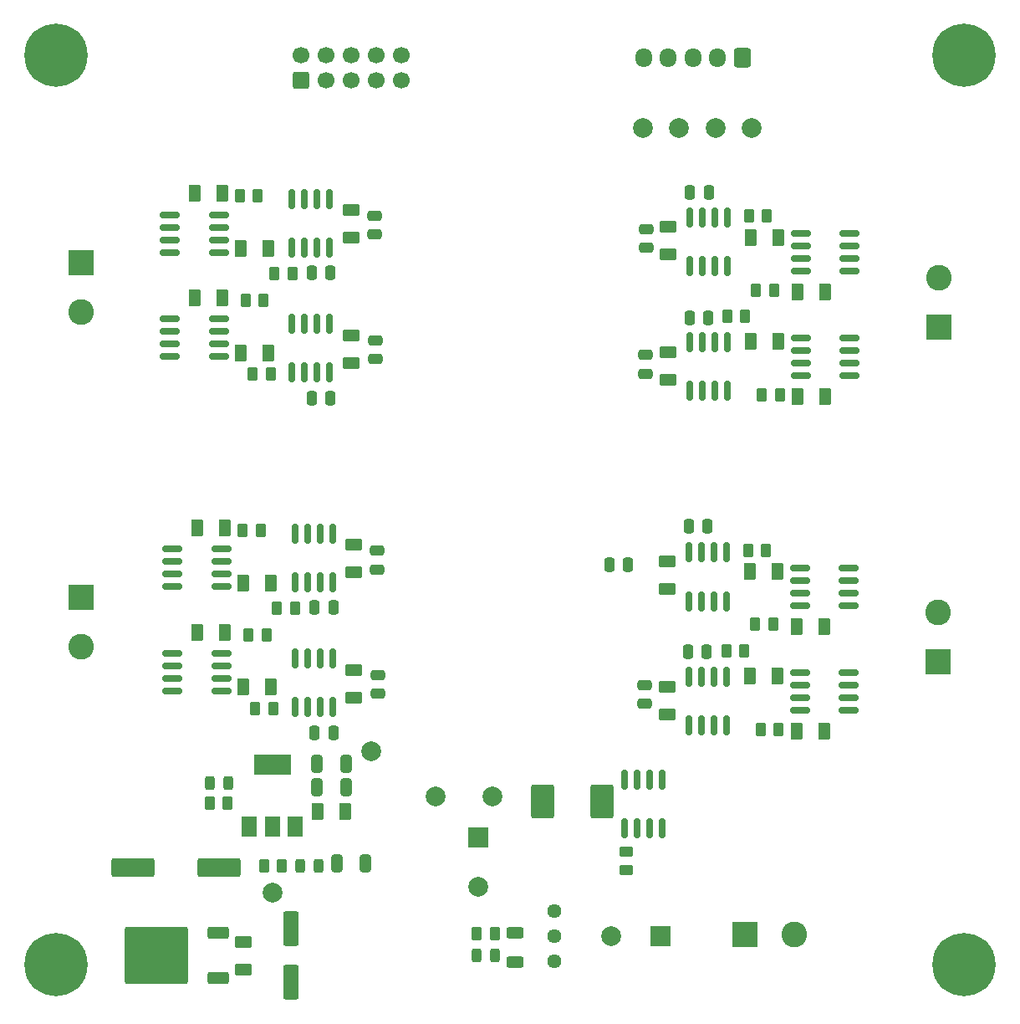
<source format=gbr>
%TF.GenerationSoftware,KiCad,Pcbnew,7.0.1*%
%TF.CreationDate,2023-04-06T21:05:58+02:00*%
%TF.ProjectId,Scout_Robot_Motor_Driver,53636f75-745f-4526-9f62-6f745f4d6f74,rev?*%
%TF.SameCoordinates,Original*%
%TF.FileFunction,Soldermask,Top*%
%TF.FilePolarity,Negative*%
%FSLAX46Y46*%
G04 Gerber Fmt 4.6, Leading zero omitted, Abs format (unit mm)*
G04 Created by KiCad (PCBNEW 7.0.1) date 2023-04-06 21:05:58*
%MOMM*%
%LPD*%
G01*
G04 APERTURE LIST*
G04 Aperture macros list*
%AMRoundRect*
0 Rectangle with rounded corners*
0 $1 Rounding radius*
0 $2 $3 $4 $5 $6 $7 $8 $9 X,Y pos of 4 corners*
0 Add a 4 corners polygon primitive as box body*
4,1,4,$2,$3,$4,$5,$6,$7,$8,$9,$2,$3,0*
0 Add four circle primitives for the rounded corners*
1,1,$1+$1,$2,$3*
1,1,$1+$1,$4,$5*
1,1,$1+$1,$6,$7*
1,1,$1+$1,$8,$9*
0 Add four rect primitives between the rounded corners*
20,1,$1+$1,$2,$3,$4,$5,0*
20,1,$1+$1,$4,$5,$6,$7,0*
20,1,$1+$1,$6,$7,$8,$9,0*
20,1,$1+$1,$8,$9,$2,$3,0*%
G04 Aperture macros list end*
%ADD10RoundRect,0.250000X0.262500X0.450000X-0.262500X0.450000X-0.262500X-0.450000X0.262500X-0.450000X0*%
%ADD11RoundRect,0.250000X0.625000X-0.312500X0.625000X0.312500X-0.625000X0.312500X-0.625000X-0.312500X0*%
%ADD12RoundRect,0.250000X0.375000X0.625000X-0.375000X0.625000X-0.375000X-0.625000X0.375000X-0.625000X0*%
%ADD13RoundRect,0.150000X0.150000X-0.825000X0.150000X0.825000X-0.150000X0.825000X-0.150000X-0.825000X0*%
%ADD14RoundRect,0.243750X-0.243750X-0.456250X0.243750X-0.456250X0.243750X0.456250X-0.243750X0.456250X0*%
%ADD15RoundRect,0.250000X0.625000X-0.375000X0.625000X0.375000X-0.625000X0.375000X-0.625000X-0.375000X0*%
%ADD16RoundRect,0.250000X-0.262500X-0.450000X0.262500X-0.450000X0.262500X0.450000X-0.262500X0.450000X0*%
%ADD17RoundRect,0.150000X-0.825000X-0.150000X0.825000X-0.150000X0.825000X0.150000X-0.825000X0.150000X0*%
%ADD18RoundRect,0.250000X1.950000X0.700000X-1.950000X0.700000X-1.950000X-0.700000X1.950000X-0.700000X0*%
%ADD19RoundRect,0.250000X-0.250000X-0.475000X0.250000X-0.475000X0.250000X0.475000X-0.250000X0.475000X0*%
%ADD20RoundRect,0.250000X-0.625000X0.375000X-0.625000X-0.375000X0.625000X-0.375000X0.625000X0.375000X0*%
%ADD21R,2.000000X2.000000*%
%ADD22C,2.000000*%
%ADD23RoundRect,0.250000X0.250000X0.475000X-0.250000X0.475000X-0.250000X-0.475000X0.250000X-0.475000X0*%
%ADD24RoundRect,0.250000X-0.375000X-0.625000X0.375000X-0.625000X0.375000X0.625000X-0.375000X0.625000X0*%
%ADD25RoundRect,0.150000X0.825000X0.150000X-0.825000X0.150000X-0.825000X-0.150000X0.825000X-0.150000X0*%
%ADD26R,1.500000X2.000000*%
%ADD27R,3.800000X2.000000*%
%ADD28RoundRect,0.250000X0.850000X0.350000X-0.850000X0.350000X-0.850000X-0.350000X0.850000X-0.350000X0*%
%ADD29RoundRect,0.249997X2.950003X2.650003X-2.950003X2.650003X-2.950003X-2.650003X2.950003X-2.650003X0*%
%ADD30RoundRect,0.250000X0.475000X-0.250000X0.475000X0.250000X-0.475000X0.250000X-0.475000X-0.250000X0*%
%ADD31RoundRect,0.250000X-0.475000X0.250000X-0.475000X-0.250000X0.475000X-0.250000X0.475000X0.250000X0*%
%ADD32RoundRect,0.250000X0.450000X-0.262500X0.450000X0.262500X-0.450000X0.262500X-0.450000X-0.262500X0*%
%ADD33RoundRect,0.243750X0.243750X0.456250X-0.243750X0.456250X-0.243750X-0.456250X0.243750X-0.456250X0*%
%ADD34RoundRect,0.150000X-0.150000X0.825000X-0.150000X-0.825000X0.150000X-0.825000X0.150000X0.825000X0*%
%ADD35RoundRect,0.235000X0.940000X1.465000X-0.940000X1.465000X-0.940000X-1.465000X0.940000X-1.465000X0*%
%ADD36C,0.800000*%
%ADD37C,6.400000*%
%ADD38RoundRect,0.250000X-0.325000X-0.650000X0.325000X-0.650000X0.325000X0.650000X-0.325000X0.650000X0*%
%ADD39R,2.600000X2.600000*%
%ADD40C,2.600000*%
%ADD41RoundRect,0.250000X0.550000X-1.500000X0.550000X1.500000X-0.550000X1.500000X-0.550000X-1.500000X0*%
%ADD42RoundRect,0.250000X0.600000X0.725000X-0.600000X0.725000X-0.600000X-0.725000X0.600000X-0.725000X0*%
%ADD43O,1.700000X1.950000*%
%ADD44RoundRect,0.250000X0.600000X-0.600000X0.600000X0.600000X-0.600000X0.600000X-0.600000X-0.600000X0*%
%ADD45C,1.700000*%
%ADD46C,1.440000*%
G04 APERTURE END LIST*
D10*
%TO.C,R10*%
X187041697Y-71765000D03*
X185216697Y-71765000D03*
%TD*%
%TO.C,R44*%
X210450000Y-135900000D03*
X208625000Y-135900000D03*
%TD*%
D11*
%TO.C,R43*%
X212500000Y-138712500D03*
X212500000Y-135787500D03*
%TD*%
D12*
%TO.C,D6*%
X183095000Y-105425000D03*
X180295000Y-105425000D03*
%TD*%
D10*
%TO.C,R9*%
X187741697Y-79265000D03*
X185916697Y-79265000D03*
%TD*%
D13*
%TO.C,U10*%
X230195000Y-80950000D03*
X231465000Y-80950000D03*
X232735000Y-80950000D03*
X234005000Y-80950000D03*
X234005000Y-76000000D03*
X232735000Y-76000000D03*
X231465000Y-76000000D03*
X230195000Y-76000000D03*
%TD*%
D12*
%TO.C,D9*%
X187529197Y-77095000D03*
X184729197Y-77095000D03*
%TD*%
D13*
%TO.C,U9*%
X230195000Y-68350000D03*
X231465000Y-68350000D03*
X232735000Y-68350000D03*
X234005000Y-68350000D03*
X234005000Y-63400000D03*
X232735000Y-63400000D03*
X231465000Y-63400000D03*
X230195000Y-63400000D03*
%TD*%
D14*
%TO.C,D29*%
X181562500Y-120600000D03*
X183437500Y-120600000D03*
%TD*%
D15*
%TO.C,D2*%
X196195000Y-99325000D03*
X196195000Y-96525000D03*
%TD*%
D16*
%TO.C,R46*%
X187075000Y-129000000D03*
X188900000Y-129000000D03*
%TD*%
D17*
%TO.C,Q10*%
X241330000Y-109430000D03*
X241330000Y-110700000D03*
X241330000Y-111970000D03*
X241330000Y-113240000D03*
X246280000Y-113240000D03*
X246280000Y-111970000D03*
X246280000Y-110700000D03*
X246280000Y-109430000D03*
%TD*%
D18*
%TO.C,C35*%
X182500000Y-129200000D03*
X173800000Y-129200000D03*
%TD*%
D19*
%TO.C,C15*%
X230105000Y-94685000D03*
X232005000Y-94685000D03*
%TD*%
D20*
%TO.C,D15*%
X228000000Y-64325000D03*
X228000000Y-67125000D03*
%TD*%
D21*
%TO.C,C29*%
X208750000Y-126132323D03*
D22*
X208750000Y-131132323D03*
%TD*%
D23*
%TO.C,C6*%
X194095000Y-102825000D03*
X192195000Y-102825000D03*
%TD*%
D16*
%TO.C,R24*%
X237475000Y-81325000D03*
X239300000Y-81325000D03*
%TD*%
D24*
%TO.C,D18*%
X241005000Y-104785000D03*
X243805000Y-104785000D03*
%TD*%
D22*
%TO.C,TP8*%
X187900000Y-131700000D03*
%TD*%
D25*
%TO.C,Q5*%
X182504197Y-77470000D03*
X182504197Y-76200000D03*
X182504197Y-74930000D03*
X182504197Y-73660000D03*
X177554197Y-73660000D03*
X177554197Y-74930000D03*
X177554197Y-76200000D03*
X177554197Y-77470000D03*
%TD*%
D26*
%TO.C,U13*%
X185600000Y-125050000D03*
D27*
X187900000Y-118750000D03*
D26*
X187900000Y-125050000D03*
X190200000Y-125050000D03*
%TD*%
D17*
%TO.C,Q11*%
X241425000Y-65020000D03*
X241425000Y-66290000D03*
X241425000Y-67560000D03*
X241425000Y-68830000D03*
X246375000Y-68830000D03*
X246375000Y-67560000D03*
X246375000Y-66290000D03*
X246375000Y-65020000D03*
%TD*%
D13*
%TO.C,U8*%
X230065000Y-114835000D03*
X231335000Y-114835000D03*
X232605000Y-114835000D03*
X233875000Y-114835000D03*
X233875000Y-109885000D03*
X232605000Y-109885000D03*
X231335000Y-109885000D03*
X230065000Y-109885000D03*
%TD*%
D15*
%TO.C,D28*%
X185000000Y-139480000D03*
X185000000Y-136680000D03*
%TD*%
D12*
%TO.C,D7*%
X187795000Y-100425000D03*
X184995000Y-100425000D03*
%TD*%
D10*
%TO.C,R12*%
X186441697Y-61165000D03*
X184616697Y-61165000D03*
%TD*%
%TO.C,R6*%
X187320000Y-105625000D03*
X185495000Y-105625000D03*
%TD*%
D23*
%TO.C,C5*%
X194095000Y-115525000D03*
X192195000Y-115525000D03*
%TD*%
%TO.C,C7*%
X193779197Y-81665000D03*
X191879197Y-81665000D03*
%TD*%
D28*
%TO.C,U14*%
X182450000Y-140380000D03*
X182450000Y-135820000D03*
D29*
X176150000Y-138100000D03*
%TD*%
D22*
%TO.C,TP7*%
X197900000Y-117400000D03*
%TD*%
D16*
%TO.C,R22*%
X236875000Y-70725000D03*
X238700000Y-70725000D03*
%TD*%
D30*
%TO.C,C14*%
X225800000Y-66475000D03*
X225800000Y-64575000D03*
%TD*%
D31*
%TO.C,C2*%
X198495000Y-97125000D03*
X198495000Y-99025000D03*
%TD*%
D20*
%TO.C,D13*%
X227905000Y-98185000D03*
X227905000Y-100985000D03*
%TD*%
D19*
%TO.C,C16*%
X230005000Y-107385000D03*
X231905000Y-107385000D03*
%TD*%
D32*
%TO.C,R42*%
X223750000Y-129412500D03*
X223750000Y-127587500D03*
%TD*%
D21*
%TO.C,C36*%
X227250000Y-136100000D03*
D22*
X222250000Y-136100000D03*
%TD*%
D31*
%TO.C,C1*%
X198595000Y-109675000D03*
X198595000Y-111575000D03*
%TD*%
D15*
%TO.C,D3*%
X195929197Y-78165000D03*
X195929197Y-75365000D03*
%TD*%
%TO.C,D1*%
X196195000Y-112025000D03*
X196195000Y-109225000D03*
%TD*%
D30*
%TO.C,C13*%
X225700000Y-79225000D03*
X225700000Y-77325000D03*
%TD*%
D20*
%TO.C,D16*%
X228000000Y-77025000D03*
X228000000Y-79825000D03*
%TD*%
D17*
%TO.C,Q12*%
X241450000Y-75555000D03*
X241450000Y-76825000D03*
X241450000Y-78095000D03*
X241450000Y-79365000D03*
X246400000Y-79365000D03*
X246400000Y-78095000D03*
X246400000Y-76825000D03*
X246400000Y-75555000D03*
%TD*%
D22*
%TO.C,TP5*%
X210250000Y-121950000D03*
%TD*%
%TO.C,TP2*%
X229116666Y-54350000D03*
%TD*%
D33*
%TO.C,D30*%
X192600000Y-129000000D03*
X190725000Y-129000000D03*
%TD*%
D13*
%TO.C,Q13*%
X223595000Y-125225000D03*
X224865000Y-125225000D03*
X226135000Y-125225000D03*
X227405000Y-125225000D03*
X227405000Y-120275000D03*
X226135000Y-120275000D03*
X224865000Y-120275000D03*
X223595000Y-120275000D03*
%TD*%
D12*
%TO.C,D8*%
X183095000Y-94825000D03*
X180295000Y-94825000D03*
%TD*%
D22*
%TO.C,TP4*%
X225450000Y-54350000D03*
%TD*%
D16*
%TO.C,R21*%
X236175000Y-63225000D03*
X238000000Y-63225000D03*
%TD*%
D10*
%TO.C,R11*%
X189941697Y-69065000D03*
X188116697Y-69065000D03*
%TD*%
D34*
%TO.C,U6*%
X193734197Y-61540000D03*
X192464197Y-61540000D03*
X191194197Y-61540000D03*
X189924197Y-61540000D03*
X189924197Y-66490000D03*
X191194197Y-66490000D03*
X192464197Y-66490000D03*
X193734197Y-66490000D03*
%TD*%
D23*
%TO.C,C8*%
X193779197Y-68965000D03*
X191879197Y-68965000D03*
%TD*%
D35*
%TO.C,L1*%
X221300000Y-122500000D03*
X215250000Y-122500000D03*
%TD*%
D36*
%TO.C,H3*%
X166000000Y-136600000D03*
X167697056Y-140697056D03*
X167697056Y-137302944D03*
X168400000Y-139000000D03*
D37*
X166000000Y-139000000D03*
D36*
X166000000Y-141400000D03*
X164302944Y-137302944D03*
X164302944Y-140697056D03*
X163600000Y-139000000D03*
%TD*%
D16*
%TO.C,R23*%
X233975000Y-73425000D03*
X235800000Y-73425000D03*
%TD*%
D38*
%TO.C,C30*%
X194425000Y-128800000D03*
X197375000Y-128800000D03*
%TD*%
D39*
%TO.C,J1*%
X168524197Y-67965000D03*
D40*
X168524197Y-72965000D03*
%TD*%
D39*
%TO.C,J6*%
X235750000Y-136000000D03*
D40*
X240750000Y-136000000D03*
%TD*%
D10*
%TO.C,R7*%
X190220000Y-102925000D03*
X188395000Y-102925000D03*
%TD*%
D25*
%TO.C,Q3*%
X182770000Y-111330000D03*
X182770000Y-110060000D03*
X182770000Y-108790000D03*
X182770000Y-107520000D03*
X177820000Y-107520000D03*
X177820000Y-108790000D03*
X177820000Y-110060000D03*
X177820000Y-111330000D03*
%TD*%
D12*
%TO.C,D10*%
X182829197Y-71565000D03*
X180029197Y-71565000D03*
%TD*%
D33*
%TO.C,D26*%
X210475000Y-138100000D03*
X208600000Y-138100000D03*
%TD*%
D22*
%TO.C,TP6*%
X204450000Y-121950000D03*
%TD*%
D15*
%TO.C,D4*%
X195929197Y-65465000D03*
X195929197Y-62665000D03*
%TD*%
D24*
%TO.C,D22*%
X241100000Y-70925000D03*
X243900000Y-70925000D03*
%TD*%
D34*
%TO.C,U4*%
X194005000Y-95375000D03*
X192735000Y-95375000D03*
X191465000Y-95375000D03*
X190195000Y-95375000D03*
X190195000Y-100325000D03*
X191465000Y-100325000D03*
X192735000Y-100325000D03*
X194005000Y-100325000D03*
%TD*%
D10*
%TO.C,R5*%
X188020000Y-113125000D03*
X186195000Y-113125000D03*
%TD*%
D34*
%TO.C,U3*%
X194000000Y-108000000D03*
X192730000Y-108000000D03*
X191460000Y-108000000D03*
X190190000Y-108000000D03*
X190190000Y-112950000D03*
X191460000Y-112950000D03*
X192730000Y-112950000D03*
X194000000Y-112950000D03*
%TD*%
D19*
%TO.C,C17*%
X230200000Y-60825000D03*
X232100000Y-60825000D03*
%TD*%
D13*
%TO.C,U7*%
X230095000Y-102235000D03*
X231365000Y-102235000D03*
X232635000Y-102235000D03*
X233905000Y-102235000D03*
X233905000Y-97285000D03*
X232635000Y-97285000D03*
X231365000Y-97285000D03*
X230095000Y-97285000D03*
%TD*%
D30*
%TO.C,C11*%
X225590000Y-112620000D03*
X225590000Y-110720000D03*
%TD*%
D17*
%TO.C,Q9*%
X241330000Y-98880000D03*
X241330000Y-100150000D03*
X241330000Y-101420000D03*
X241330000Y-102690000D03*
X246280000Y-102690000D03*
X246280000Y-101420000D03*
X246280000Y-100150000D03*
X246280000Y-98880000D03*
%TD*%
D10*
%TO.C,R45*%
X183400000Y-122700000D03*
X181575000Y-122700000D03*
%TD*%
D41*
%TO.C,C31*%
X189800000Y-140800000D03*
X189800000Y-135400000D03*
%TD*%
D24*
%TO.C,D20*%
X241005000Y-115385000D03*
X243805000Y-115385000D03*
%TD*%
%TO.C,D23*%
X236400000Y-75925000D03*
X239200000Y-75925000D03*
%TD*%
D10*
%TO.C,R8*%
X186720000Y-95025000D03*
X184895000Y-95025000D03*
%TD*%
D24*
%TO.C,D19*%
X236305000Y-109785000D03*
X239105000Y-109785000D03*
%TD*%
D31*
%TO.C,C4*%
X198329197Y-75815000D03*
X198329197Y-77715000D03*
%TD*%
D42*
%TO.C,J7*%
X235500000Y-47220000D03*
D43*
X233000000Y-47220000D03*
X230500000Y-47220000D03*
X228000000Y-47220000D03*
X225500000Y-47220000D03*
%TD*%
D39*
%TO.C,J4*%
X255305000Y-108385000D03*
D40*
X255305000Y-103385000D03*
%TD*%
D25*
%TO.C,Q6*%
X182504197Y-66920000D03*
X182504197Y-65650000D03*
X182504197Y-64380000D03*
X182504197Y-63110000D03*
X177554197Y-63110000D03*
X177554197Y-64380000D03*
X177554197Y-65650000D03*
X177554197Y-66920000D03*
%TD*%
D44*
%TO.C,J5*%
X190840000Y-49540000D03*
D45*
X190840000Y-47000000D03*
X193380000Y-49540000D03*
X193380000Y-47000000D03*
X195920000Y-49540000D03*
X195920000Y-47000000D03*
X198460000Y-49540000D03*
X198460000Y-47000000D03*
X201000000Y-49540000D03*
X201000000Y-47000000D03*
%TD*%
D16*
%TO.C,R20*%
X237380000Y-115185000D03*
X239205000Y-115185000D03*
%TD*%
D36*
%TO.C,H4*%
X166000000Y-44600000D03*
X167697056Y-48697056D03*
X167697056Y-45302944D03*
X168400000Y-47000000D03*
D37*
X166000000Y-47000000D03*
D36*
X166000000Y-49400000D03*
X164302944Y-45302944D03*
X164302944Y-48697056D03*
X163600000Y-47000000D03*
%TD*%
D12*
%TO.C,D27*%
X195300000Y-123500000D03*
X192500000Y-123500000D03*
%TD*%
D16*
%TO.C,R19*%
X233880000Y-107285000D03*
X235705000Y-107285000D03*
%TD*%
D36*
%TO.C,H2*%
X258000000Y-136600000D03*
X259697056Y-140697056D03*
X259697056Y-137302944D03*
X260400000Y-139000000D03*
D37*
X258000000Y-139000000D03*
D36*
X258000000Y-141400000D03*
X256302944Y-137302944D03*
X256302944Y-140697056D03*
X255600000Y-139000000D03*
%TD*%
D46*
%TO.C,RV1*%
X216500000Y-138640000D03*
X216500000Y-136100000D03*
X216500000Y-133560000D03*
%TD*%
D22*
%TO.C,TP1*%
X236450000Y-54350000D03*
%TD*%
D16*
%TO.C,R17*%
X236080000Y-97085000D03*
X237905000Y-97085000D03*
%TD*%
D23*
%TO.C,C12*%
X222062000Y-98500000D03*
X223962000Y-98500000D03*
%TD*%
D39*
%TO.C,J3*%
X168524197Y-101825000D03*
D40*
X168524197Y-106825000D03*
%TD*%
D12*
%TO.C,D5*%
X187795000Y-110925000D03*
X184995000Y-110925000D03*
%TD*%
D31*
%TO.C,C3*%
X198229197Y-63215000D03*
X198229197Y-65115000D03*
%TD*%
D38*
%TO.C,C32*%
X192425000Y-118700000D03*
X195375000Y-118700000D03*
%TD*%
D16*
%TO.C,R18*%
X236805000Y-104585000D03*
X238630000Y-104585000D03*
%TD*%
D38*
%TO.C,C34*%
X192425000Y-121100000D03*
X195375000Y-121100000D03*
%TD*%
D19*
%TO.C,C18*%
X230150000Y-73525000D03*
X232050000Y-73525000D03*
%TD*%
D20*
%TO.C,D14*%
X227905000Y-110885000D03*
X227905000Y-113685000D03*
%TD*%
D12*
%TO.C,D11*%
X187529197Y-66565000D03*
X184729197Y-66565000D03*
%TD*%
D36*
%TO.C,H1*%
X258000000Y-44600000D03*
X259697056Y-48697056D03*
X259697056Y-45302944D03*
X260400000Y-47000000D03*
D37*
X258000000Y-47000000D03*
D36*
X258000000Y-49400000D03*
X256302944Y-45302944D03*
X256302944Y-48697056D03*
X255600000Y-47000000D03*
%TD*%
D22*
%TO.C,TP3*%
X232783332Y-54350000D03*
%TD*%
D12*
%TO.C,D12*%
X182829197Y-60965000D03*
X180029197Y-60965000D03*
%TD*%
D24*
%TO.C,D17*%
X236305000Y-99255000D03*
X239105000Y-99255000D03*
%TD*%
%TO.C,D21*%
X236400000Y-65425000D03*
X239200000Y-65425000D03*
%TD*%
D34*
%TO.C,U5*%
X193734197Y-74140000D03*
X192464197Y-74140000D03*
X191194197Y-74140000D03*
X189924197Y-74140000D03*
X189924197Y-79090000D03*
X191194197Y-79090000D03*
X192464197Y-79090000D03*
X193734197Y-79090000D03*
%TD*%
D25*
%TO.C,Q4*%
X182770000Y-100780000D03*
X182770000Y-99510000D03*
X182770000Y-98240000D03*
X182770000Y-96970000D03*
X177820000Y-96970000D03*
X177820000Y-98240000D03*
X177820000Y-99510000D03*
X177820000Y-100780000D03*
%TD*%
D39*
%TO.C,J2*%
X255400000Y-74525000D03*
D40*
X255400000Y-69525000D03*
%TD*%
D24*
%TO.C,D24*%
X241100000Y-81525000D03*
X243900000Y-81525000D03*
%TD*%
M02*

</source>
